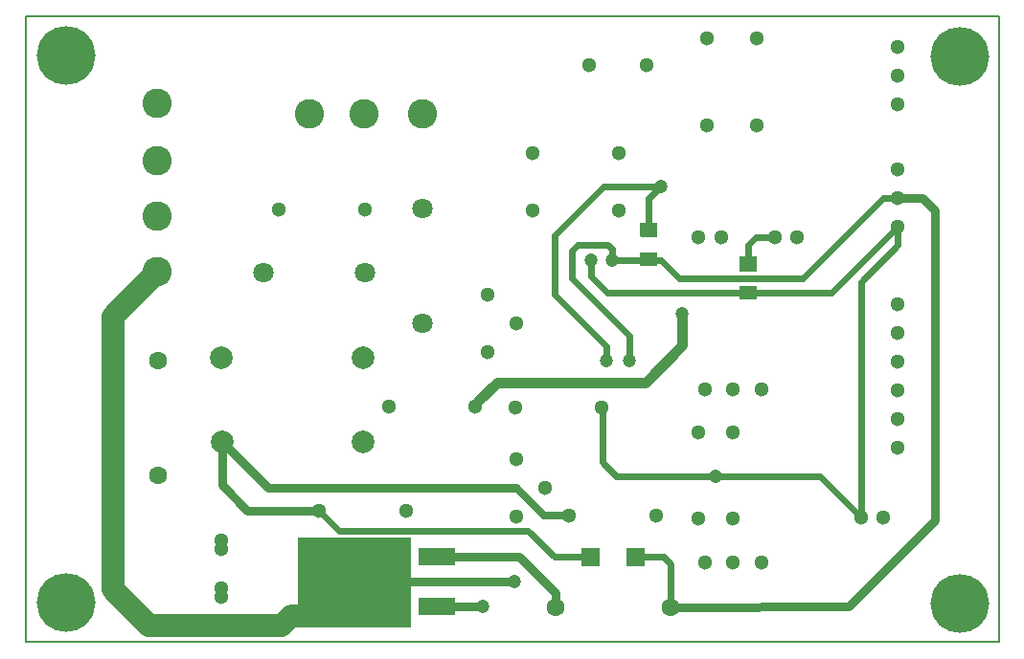
<source format=gbr>
%FSLAX34Y34*%
%MOMM*%
%LNCOPPER_TOP*%
G71*
G01*
%ADD10C, 1.20*%
%ADD11C, 0.70*%
%ADD12C, 0.80*%
%ADD13C, 5.20*%
%ADD14C, 0.60*%
%ADD15C, 2.00*%
%ADD16C, 0.20*%
%ADD17C, 0.90*%
%ADD18C, 0.00*%
%ADD19R, 1.60X1.20*%
%ADD20C, 0.80*%
%ADD21C, 1.30*%
%ADD22C, 1.80*%
%ADD23C, 1.60*%
%ADD24C, 2.00*%
%ADD25C, 2.60*%
%ADD26R, 7.00X6.00*%
%ADD27R, 3.20X1.60*%
%ADD28R, 10.00X8.00*%
%LPD*%
X1407332Y339510D02*
G54D10*
D03*
X1389070Y339510D02*
G54D10*
D03*
X1422412Y250610D02*
G54D10*
D03*
X1499006Y147820D02*
G54D10*
D03*
X1402562Y250610D02*
G54D10*
D03*
X1469642Y291890D02*
G54D10*
D03*
G54D11*
X1369847Y112883D02*
X1347785Y112894D01*
X1322789Y137890D01*
G54D12*
X1293423Y32328D02*
X1252542Y32271D01*
X1714499Y519684D02*
G54D13*
D03*
G54D12*
X1223967Y54546D02*
X1321207Y54551D01*
G54D14*
X1450583Y404598D02*
X1399791Y404598D01*
X1356558Y361365D01*
X1356558Y309000D01*
X1402255Y263302D01*
X1402255Y250919D01*
G54D15*
X1005801Y328852D02*
X966395Y289446D01*
X966395Y47799D01*
X998145Y16049D01*
X1115711Y16049D01*
X1124046Y24383D01*
X1143889Y24383D01*
G54D12*
X1659934Y394470D02*
X1682159Y394470D01*
X1693073Y383555D01*
X1693073Y108430D01*
X1616965Y32321D01*
X1459115Y31926D01*
G54D14*
X1389068Y339513D02*
X1389067Y324421D01*
X1402958Y310530D01*
X1601089Y310530D01*
X1659629Y369070D01*
X1659934Y369070D01*
X1659934Y352309D01*
X1627283Y319658D01*
X1627380Y111748D01*
X1591308Y147820D01*
X1499006Y147820D01*
X1410978Y147820D01*
X1398683Y160115D01*
X1398683Y208865D01*
X1398622Y208926D01*
G54D16*
X889096Y968D02*
X889096Y554608D01*
X1749521Y554608D01*
X1749521Y968D01*
X889096Y968D01*
G54D14*
X1422410Y250607D02*
X1422410Y272345D01*
X1372093Y322833D01*
X1372093Y347837D01*
X1377252Y352996D01*
X1403446Y352996D01*
X1407332Y349110D01*
X1407332Y339510D01*
X1450663Y339513D01*
X1466946Y323230D01*
X1575689Y323230D01*
X1646929Y394470D01*
X1659934Y394470D01*
X1450582Y404600D02*
G54D10*
D03*
G54D17*
X1469642Y291890D02*
X1469642Y263617D01*
X1437180Y231155D01*
X1305815Y231155D01*
X1289146Y214544D01*
G36*
X1534487Y316216D02*
X1534487Y309216D01*
X1520487Y309216D01*
X1520487Y316216D01*
X1534487Y316216D01*
G37*
G54D18*
X1534487Y316216D02*
X1534487Y309216D01*
X1520487Y309216D01*
X1520487Y316216D01*
X1534487Y316216D01*
G36*
X1534487Y337216D02*
X1534487Y330216D01*
X1520487Y330216D01*
X1520487Y337216D01*
X1534487Y337216D01*
G37*
G54D18*
X1534487Y337216D02*
X1534487Y330216D01*
X1520487Y330216D01*
X1520487Y337216D01*
X1534487Y337216D01*
G54D14*
X1439778Y363481D02*
X1439778Y393795D01*
X1450582Y404600D01*
G54D14*
X1527487Y333716D02*
X1527487Y352419D01*
X1534415Y359346D01*
X1551233Y359346D01*
X1439866Y366093D02*
G54D19*
D03*
X1527575Y336327D02*
G54D19*
D03*
X1527575Y310133D02*
G54D19*
D03*
G36*
X1446778Y345981D02*
X1446778Y338981D01*
X1432778Y338981D01*
X1432778Y345981D01*
X1446778Y345981D01*
G37*
G54D18*
X1446778Y345981D02*
X1446778Y338981D01*
X1432778Y338981D01*
X1432778Y345981D01*
X1446778Y345981D01*
G36*
X1446778Y366981D02*
X1446778Y359981D01*
X1432778Y359981D01*
X1432778Y366981D01*
X1446778Y366981D01*
G37*
G54D18*
X1446778Y366981D02*
X1446778Y359981D01*
X1432778Y359981D01*
X1432778Y366981D01*
X1446778Y366981D01*
X1439866Y339899D02*
G54D19*
D03*
X1293423Y32328D02*
G54D10*
D03*
X1321207Y54551D02*
G54D10*
D03*
G54D12*
X1252542Y76771D02*
X1325367Y76771D01*
X1357408Y44624D01*
X1357514Y31924D01*
G54D12*
X1148788Y117645D02*
X1085156Y117645D01*
X1062927Y139874D01*
X1062927Y178212D01*
X1735539Y519684D02*
G54D20*
D03*
X1729189Y534364D02*
G54D20*
D03*
X1714509Y540714D02*
G54D20*
D03*
X1699819Y534364D02*
G54D20*
D03*
X1693469Y519684D02*
G54D20*
D03*
X1714509Y498654D02*
G54D20*
D03*
X1729189Y505004D02*
G54D20*
D03*
X1699819Y505004D02*
G54D20*
D03*
X1714896Y35497D02*
G54D13*
D03*
X1735936Y35497D02*
G54D20*
D03*
X1729586Y50177D02*
G54D20*
D03*
X1714906Y56527D02*
G54D20*
D03*
X1700216Y50177D02*
G54D20*
D03*
X1693866Y35497D02*
G54D20*
D03*
X1714906Y14467D02*
G54D20*
D03*
X1729586Y20817D02*
G54D20*
D03*
X1700216Y20817D02*
G54D20*
D03*
X924718Y35893D02*
G54D13*
D03*
X945758Y35893D02*
G54D20*
D03*
X939408Y50573D02*
G54D20*
D03*
X924728Y56923D02*
G54D20*
D03*
X910038Y50573D02*
G54D20*
D03*
X903688Y35893D02*
G54D20*
D03*
X924728Y14863D02*
G54D20*
D03*
X939408Y21213D02*
G54D20*
D03*
X910038Y21213D02*
G54D20*
D03*
X924718Y520081D02*
G54D13*
D03*
X945758Y520081D02*
G54D20*
D03*
X939408Y534761D02*
G54D20*
D03*
X924728Y541111D02*
G54D20*
D03*
X910038Y534761D02*
G54D20*
D03*
X903688Y520081D02*
G54D20*
D03*
X924728Y499051D02*
G54D20*
D03*
X939408Y505401D02*
G54D20*
D03*
X910038Y505401D02*
G54D20*
D03*
G54D12*
X1322789Y137890D02*
X1103250Y137890D01*
X1062704Y178436D01*
X1535447Y535259D02*
G54D21*
D03*
X1535447Y458859D02*
G54D21*
D03*
X1491787Y535257D02*
G54D21*
D03*
X1491788Y458858D02*
G54D21*
D03*
X1438371Y512143D02*
G54D21*
D03*
X1387571Y512143D02*
G54D21*
D03*
X1336875Y434355D02*
G54D21*
D03*
X1413275Y434355D02*
G54D21*
D03*
X1337303Y383551D02*
G54D21*
D03*
X1413703Y383551D02*
G54D21*
D03*
X1297137Y308626D02*
G54D21*
D03*
X1322537Y283225D02*
G54D21*
D03*
X1297137Y257826D02*
G54D21*
D03*
X1398622Y208926D02*
G54D21*
D03*
X1322222Y208926D02*
G54D21*
D03*
X1286306Y209323D02*
G54D21*
D03*
X1209907Y209323D02*
G54D21*
D03*
X1322537Y163369D02*
G54D21*
D03*
X1347937Y137969D02*
G54D21*
D03*
X1322537Y112569D02*
G54D21*
D03*
X1369847Y112883D02*
G54D21*
D03*
X1446247Y112883D02*
G54D21*
D03*
X1483583Y186670D02*
G54D21*
D03*
X1514132Y186356D02*
G54D21*
D03*
X1483583Y110470D02*
G54D21*
D03*
X1514132Y110156D02*
G54D21*
D03*
X1489482Y224805D02*
G54D21*
D03*
X1514482Y224805D02*
G54D21*
D03*
X1539482Y224805D02*
G54D21*
D03*
X1503764Y359346D02*
G54D21*
D03*
X1483764Y359346D02*
G54D21*
D03*
X1571233Y359346D02*
G54D21*
D03*
X1551233Y359346D02*
G54D21*
D03*
X1539483Y71611D02*
G54D21*
D03*
X1514482Y71611D02*
G54D21*
D03*
X1489483Y71611D02*
G54D21*
D03*
X1225187Y117645D02*
G54D21*
D03*
X1148788Y117645D02*
G54D21*
D03*
X1659933Y528218D02*
G54D21*
D03*
X1659934Y502817D02*
G54D21*
D03*
X1659934Y477417D02*
G54D21*
D03*
X1659933Y419871D02*
G54D21*
D03*
X1659934Y394470D02*
G54D21*
D03*
X1659934Y369070D02*
G54D21*
D03*
X1660134Y299810D02*
G54D21*
D03*
X1660134Y274410D02*
G54D21*
D03*
X1660134Y249010D02*
G54D21*
D03*
X1660134Y223610D02*
G54D21*
D03*
X1660134Y198210D02*
G54D21*
D03*
X1660134Y172810D02*
G54D21*
D03*
X1647380Y111748D02*
G54D21*
D03*
X1627380Y111748D02*
G54D21*
D03*
X1112672Y384345D02*
G54D21*
D03*
X1189072Y384345D02*
G54D21*
D03*
X1239536Y385184D02*
G54D22*
D03*
X1239536Y283584D02*
G54D22*
D03*
X1189341Y328347D02*
G54D22*
D03*
X1099141Y328347D02*
G54D22*
D03*
X1006087Y250209D02*
G54D23*
D03*
X1006087Y148609D02*
G54D23*
D03*
X1187307Y252649D02*
G54D24*
D03*
X1062307Y252649D02*
G54D24*
D03*
X1187707Y178439D02*
G54D24*
D03*
X1062707Y178439D02*
G54D24*
D03*
X1188620Y468782D02*
G54D25*
D03*
X1239839Y468508D02*
G54D25*
D03*
X1139825Y468508D02*
G54D25*
D03*
X1005802Y478077D02*
G54D25*
D03*
X1005528Y426858D02*
G54D25*
D03*
X1005802Y378064D02*
G54D25*
D03*
X1005801Y328852D02*
G54D25*
D03*
X1357514Y31924D02*
G54D23*
D03*
X1459114Y31924D02*
G54D23*
D03*
X1062130Y83582D02*
G54D21*
D03*
X1062127Y90969D02*
G54D21*
D03*
X1062130Y48482D02*
G54D21*
D03*
X1062130Y40967D02*
G54D21*
D03*
X1192242Y54471D02*
G54D26*
D03*
X1252542Y76771D02*
G54D27*
D03*
X1252542Y32271D02*
G54D27*
D03*
X1180003Y54138D02*
G54D28*
D03*
G36*
X1420065Y84374D02*
X1436065Y84374D01*
X1436065Y68374D01*
X1420065Y68374D01*
X1420065Y84374D01*
G37*
G36*
X1380365Y84374D02*
X1396365Y84374D01*
X1396365Y68374D01*
X1380365Y68374D01*
X1380365Y84374D01*
G37*
G54D14*
X1388365Y76374D02*
X1356615Y76374D01*
X1333199Y99790D01*
X1166643Y99790D01*
X1148788Y117645D01*
G54D14*
X1428065Y76374D02*
X1453055Y76374D01*
X1459405Y70024D01*
X1459405Y32215D01*
M02*

</source>
